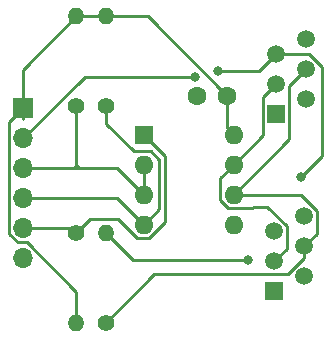
<source format=gbr>
%TF.GenerationSoftware,KiCad,Pcbnew,7.0.7*%
%TF.CreationDate,2024-02-24T14:04:37+01:00*%
%TF.ProjectId,Xnet,586e6574-2e6b-4696-9361-645f70636258,rev?*%
%TF.SameCoordinates,Original*%
%TF.FileFunction,Copper,L2,Bot*%
%TF.FilePolarity,Positive*%
%FSLAX46Y46*%
G04 Gerber Fmt 4.6, Leading zero omitted, Abs format (unit mm)*
G04 Created by KiCad (PCBNEW 7.0.7) date 2024-02-24 14:04:37*
%MOMM*%
%LPD*%
G01*
G04 APERTURE LIST*
%TA.AperFunction,ComponentPad*%
%ADD10C,1.600000*%
%TD*%
%TA.AperFunction,ComponentPad*%
%ADD11C,1.400000*%
%TD*%
%TA.AperFunction,ComponentPad*%
%ADD12O,1.400000X1.400000*%
%TD*%
%TA.AperFunction,ComponentPad*%
%ADD13R,1.700000X1.700000*%
%TD*%
%TA.AperFunction,ComponentPad*%
%ADD14O,1.700000X1.700000*%
%TD*%
%TA.AperFunction,ComponentPad*%
%ADD15R,1.520000X1.520000*%
%TD*%
%TA.AperFunction,ComponentPad*%
%ADD16C,1.520000*%
%TD*%
%TA.AperFunction,ComponentPad*%
%ADD17R,1.600000X1.600000*%
%TD*%
%TA.AperFunction,ComponentPad*%
%ADD18O,1.600000X1.600000*%
%TD*%
%TA.AperFunction,ViaPad*%
%ADD19C,0.800000*%
%TD*%
%TA.AperFunction,Conductor*%
%ADD20C,0.250000*%
%TD*%
G04 APERTURE END LIST*
D10*
%TO.P,C401,1*%
%TO.N,+5V*%
X138750000Y-95600000D03*
%TO.P,C401,2*%
%TO.N,GND*%
X136250000Y-95600000D03*
%TD*%
D11*
%TO.P,R401,1*%
%TO.N,Tx*%
X128500000Y-96500000D03*
D12*
%TO.P,R401,2*%
%TO.N,+5V*%
X128500000Y-88880000D03*
%TD*%
D13*
%TO.P,J403,1,Pin_1*%
%TO.N,+5V*%
X121500000Y-96650000D03*
D14*
%TO.P,J403,2,Pin_2*%
%TO.N,+12V*%
X121500000Y-99190000D03*
%TO.P,J403,3,Pin_3*%
%TO.N,dir*%
X121500000Y-101730000D03*
%TO.P,J403,4,Pin_4*%
%TO.N,Tx*%
X121500000Y-104270000D03*
%TO.P,J403,5,Pin_5*%
%TO.N,Rx*%
X121500000Y-106810000D03*
%TO.P,J403,6,Pin_6*%
%TO.N,GND*%
X121500000Y-109350000D03*
%TD*%
D15*
%TO.P,J402,1*%
%TO.N,unconnected-(J402-Pad1)*%
X142730000Y-112170000D03*
D16*
%TO.P,J402,2*%
%TO.N,GND*%
X145270000Y-110900000D03*
%TO.P,J402,3*%
%TO.N,/Xnet/B*%
X142730000Y-109630000D03*
%TO.P,J402,4*%
%TO.N,/Xnet/A*%
X145270000Y-108360000D03*
%TO.P,J402,5*%
%TO.N,+12V*%
X142730000Y-107090000D03*
%TO.P,J402,6*%
%TO.N,unconnected-(J402-Pad6)*%
X145270000Y-105820000D03*
%TD*%
D11*
%TO.P,R402,1*%
%TO.N,dir*%
X126000000Y-96500000D03*
D12*
%TO.P,R402,2*%
%TO.N,+5V*%
X126000000Y-88880000D03*
%TD*%
D11*
%TO.P,R403,1*%
%TO.N,Rx*%
X126000000Y-107190000D03*
D12*
%TO.P,R403,2*%
%TO.N,+5V*%
X126000000Y-114810000D03*
%TD*%
D15*
%TO.P,J401,1*%
%TO.N,unconnected-(J401-Pad1)*%
X142910000Y-97170000D03*
D16*
%TO.P,J401,2*%
%TO.N,GND*%
X145450000Y-95900000D03*
%TO.P,J401,3*%
%TO.N,/Xnet/B*%
X142910000Y-94630000D03*
%TO.P,J401,4*%
%TO.N,/Xnet/A*%
X145450000Y-93360000D03*
%TO.P,J401,5*%
%TO.N,+12V*%
X142910000Y-92090000D03*
%TO.P,J401,6*%
%TO.N,unconnected-(J401-Pad6)*%
X145450000Y-90820000D03*
%TD*%
D11*
%TO.P,R404,1*%
%TO.N,/Xnet/A*%
X128500000Y-114810000D03*
D12*
%TO.P,R404,2*%
%TO.N,/Xnet/B*%
X128500000Y-107190000D03*
%TD*%
D17*
%TO.P,U401,1,RO*%
%TO.N,Rx*%
X131700000Y-98900000D03*
D18*
%TO.P,U401,2,~{RE}*%
%TO.N,dir*%
X131700000Y-101440000D03*
%TO.P,U401,3,DE*%
X131700000Y-103980000D03*
%TO.P,U401,4,DI*%
%TO.N,Tx*%
X131700000Y-106520000D03*
%TO.P,U401,5,GND*%
%TO.N,GND*%
X139320000Y-106520000D03*
%TO.P,U401,6,A*%
%TO.N,/Xnet/A*%
X139320000Y-103980000D03*
%TO.P,U401,7,B*%
%TO.N,/Xnet/B*%
X139320000Y-101440000D03*
%TO.P,U401,8,VCC*%
%TO.N,+5V*%
X139320000Y-98900000D03*
%TD*%
D19*
%TO.N,/Xnet/B*%
X140500000Y-109500000D03*
%TO.N,+12V*%
X136000000Y-94000000D03*
X138000000Y-93500000D03*
X145000000Y-102500000D03*
%TD*%
D20*
%TO.N,+5V*%
X126000000Y-112188299D02*
X121811701Y-108000000D01*
X132030000Y-88880000D02*
X138750000Y-95600000D01*
X121028299Y-108000000D02*
X120325000Y-107296701D01*
X138750000Y-98330000D02*
X139320000Y-98900000D01*
X121500000Y-97528299D02*
X121500000Y-96650000D01*
X120325000Y-97825000D02*
X121500000Y-96650000D01*
X121811701Y-108000000D02*
X121028299Y-108000000D01*
X121500000Y-93380000D02*
X126000000Y-88880000D01*
X120325000Y-107296701D02*
X120325000Y-97825000D01*
X126000000Y-88880000D02*
X128500000Y-88880000D01*
X138750000Y-95600000D02*
X138750000Y-98330000D01*
X128500000Y-88880000D02*
X132030000Y-88880000D01*
X121500000Y-96650000D02*
X121500000Y-93380000D01*
X126000000Y-114810000D02*
X126000000Y-112188299D01*
%TO.N,/Xnet/B*%
X141825000Y-98935000D02*
X141825000Y-95715000D01*
X130810000Y-109500000D02*
X140500000Y-109500000D01*
X138195000Y-104445991D02*
X138854009Y-105105000D01*
X139320000Y-101440000D02*
X141825000Y-98935000D01*
X140895000Y-105105000D02*
X141000000Y-105000000D01*
X143815000Y-108545000D02*
X142730000Y-109630000D01*
X139320000Y-101440000D02*
X138195000Y-102565000D01*
X138854009Y-105105000D02*
X140895000Y-105105000D01*
X141000000Y-105000000D02*
X142174422Y-105000000D01*
X141825000Y-95715000D02*
X142910000Y-94630000D01*
X142174422Y-105000000D02*
X143815000Y-106640578D01*
X138195000Y-102565000D02*
X138195000Y-104445991D01*
X143815000Y-106640578D02*
X143815000Y-108545000D01*
X128500000Y-107190000D02*
X130810000Y-109500000D01*
%TO.N,/Xnet/A*%
X144000000Y-94810000D02*
X144000000Y-99300000D01*
X145270000Y-109365578D02*
X143920578Y-110715000D01*
X143920578Y-110715000D02*
X132595000Y-110715000D01*
X144980000Y-103980000D02*
X139320000Y-103980000D01*
X145270000Y-108360000D02*
X145270000Y-109365578D01*
X144000000Y-99300000D02*
X139320000Y-103980000D01*
X145450000Y-93360000D02*
X144000000Y-94810000D01*
X146355000Y-105355000D02*
X144980000Y-103980000D01*
X132595000Y-110715000D02*
X128500000Y-114810000D01*
X145270000Y-108360000D02*
X146355000Y-107275000D01*
X146355000Y-107275000D02*
X146355000Y-105355000D01*
%TO.N,+12V*%
X126690000Y-94000000D02*
X135500000Y-94000000D01*
X146805000Y-100695000D02*
X146805000Y-99305000D01*
X146805000Y-93180578D02*
X146805000Y-99305000D01*
X135500000Y-94000000D02*
X136000000Y-94000000D01*
X121500000Y-99190000D02*
X126690000Y-94000000D01*
X145714422Y-92090000D02*
X146805000Y-93180578D01*
X138000000Y-93500000D02*
X141500000Y-93500000D01*
X142910000Y-92090000D02*
X145714422Y-92090000D01*
X141500000Y-93500000D02*
X142910000Y-92090000D01*
X145000000Y-102500000D02*
X146805000Y-100695000D01*
%TO.N,Tx*%
X132315000Y-100315000D02*
X133000000Y-101000000D01*
X128500000Y-97950000D02*
X130865000Y-100315000D01*
X133000000Y-101000000D02*
X133000000Y-105220000D01*
X130865000Y-100315000D02*
X132315000Y-100315000D01*
X121500000Y-104270000D02*
X129450000Y-104270000D01*
X133000000Y-105220000D02*
X131700000Y-106520000D01*
X129450000Y-104270000D02*
X131700000Y-106520000D01*
X128500000Y-96500000D02*
X128500000Y-97950000D01*
%TO.N,dir*%
X126000000Y-96500000D02*
X126000000Y-101460000D01*
X131700000Y-101440000D02*
X131700000Y-103980000D01*
X129450000Y-101730000D02*
X131700000Y-103980000D01*
X126000000Y-101460000D02*
X126270000Y-101730000D01*
X126000000Y-101460000D02*
X126000000Y-101500000D01*
X121500000Y-101730000D02*
X125770000Y-101730000D01*
X126270000Y-101730000D02*
X129450000Y-101730000D01*
X125770000Y-101730000D02*
X126270000Y-101730000D01*
X126000000Y-101500000D02*
X125770000Y-101730000D01*
%TO.N,Rx*%
X121500000Y-106810000D02*
X125620000Y-106810000D01*
X131700000Y-98900000D02*
X133500000Y-100700000D01*
X131145000Y-107645000D02*
X129500000Y-106000000D01*
X129500000Y-106000000D02*
X127190000Y-106000000D01*
X132165991Y-107645000D02*
X131145000Y-107645000D01*
X133500000Y-106310991D02*
X132165991Y-107645000D01*
X125620000Y-106810000D02*
X126000000Y-107190000D01*
X133500000Y-100700000D02*
X133500000Y-106310991D01*
X127190000Y-106000000D02*
X126000000Y-107190000D01*
%TD*%
M02*

</source>
